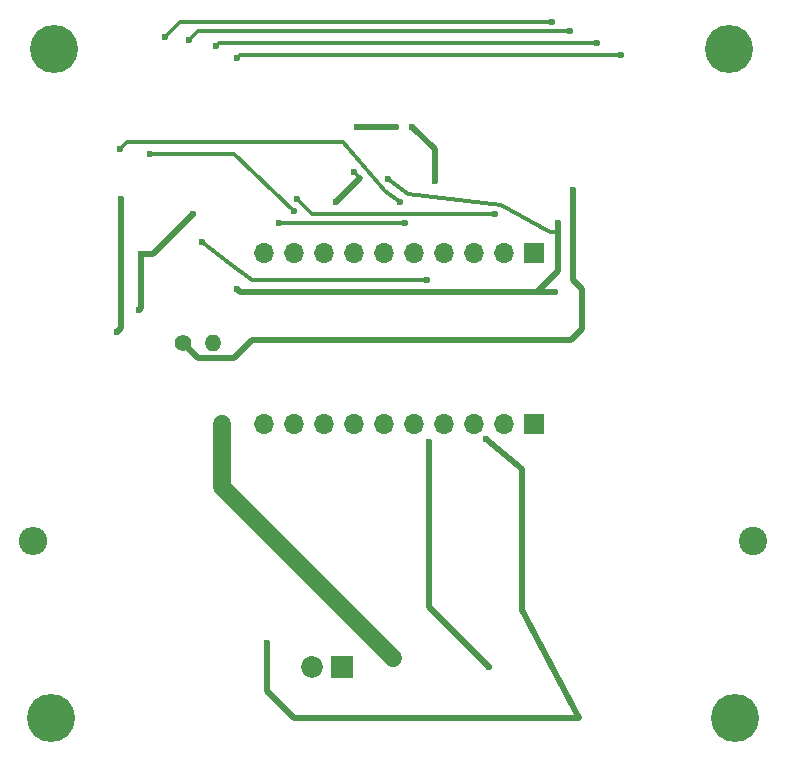
<source format=gbr>
G04 #@! TF.FileFunction,Copper,L2,Bot,Signal*
%FSLAX46Y46*%
G04 Gerber Fmt 4.6, Leading zero omitted, Abs format (unit mm)*
G04 Created by KiCad (PCBNEW 4.0.7) date 11/13/17 23:34:04*
%MOMM*%
%LPD*%
G01*
G04 APERTURE LIST*
%ADD10C,0.100000*%
%ADD11C,4.064000*%
%ADD12C,1.400000*%
%ADD13O,1.400000X1.400000*%
%ADD14R,1.700000X1.700000*%
%ADD15O,1.700000X1.700000*%
%ADD16R,1.850000X1.850000*%
%ADD17C,1.850000*%
%ADD18C,2.400000*%
%ADD19O,2.400000X2.400000*%
%ADD20C,0.600000*%
%ADD21C,1.500000*%
%ADD22C,0.500000*%
%ADD23C,0.350000*%
G04 APERTURE END LIST*
D10*
D11*
X165862000Y-116078000D03*
X107950000Y-116078000D03*
X108204000Y-59436000D03*
D12*
X119126000Y-84328000D03*
D13*
X121666000Y-84328000D03*
D14*
X148844000Y-91186000D03*
D15*
X146304000Y-91186000D03*
X143764000Y-91186000D03*
X141224000Y-91186000D03*
X138684000Y-91186000D03*
X136144000Y-91186000D03*
X133604000Y-91186000D03*
X131064000Y-91186000D03*
X128524000Y-91186000D03*
X125984000Y-91186000D03*
D14*
X148844000Y-76708000D03*
D15*
X146304000Y-76708000D03*
X143764000Y-76708000D03*
X141224000Y-76708000D03*
X138684000Y-76708000D03*
X136144000Y-76708000D03*
X133604000Y-76708000D03*
X131064000Y-76708000D03*
X128524000Y-76708000D03*
X125984000Y-76708000D03*
D16*
X132588000Y-111760000D03*
D17*
X130088000Y-111760000D03*
D18*
X167386000Y-101092000D03*
D19*
X106426000Y-101092000D03*
D11*
X165354000Y-59436000D03*
D20*
X122428000Y-91186000D03*
X136906000Y-110998000D03*
X120015000Y-73406000D03*
X115443000Y-81534000D03*
X152146000Y-71374000D03*
X152908000Y-83058000D03*
X115570000Y-76835000D03*
X145542000Y-73406000D03*
X128778000Y-72136000D03*
X126238000Y-109728000D03*
X144780000Y-92456000D03*
X113919000Y-72136000D03*
X113538000Y-83439000D03*
X156210000Y-59944000D03*
X123698000Y-60198000D03*
X154178000Y-58928000D03*
X121920000Y-59182000D03*
X151892000Y-57912000D03*
X119634000Y-58674000D03*
X150368000Y-57150000D03*
X117602000Y-58420000D03*
X136525000Y-70485000D03*
X150876000Y-74168000D03*
X123698000Y-79756000D03*
X150622000Y-80010000D03*
X139954000Y-92710000D03*
X145034000Y-111760000D03*
X113792000Y-67945000D03*
X137541000Y-72390000D03*
X139827000Y-78994000D03*
X120777000Y-75819000D03*
X137922000Y-74168000D03*
X127254000Y-74168000D03*
X140462000Y-70612000D03*
X138557000Y-66040000D03*
X137160000Y-66040000D03*
X133858000Y-66040000D03*
X133604000Y-69850000D03*
X132080000Y-72390000D03*
X116332000Y-68326000D03*
X128524000Y-73152000D03*
D21*
X122428000Y-96520000D02*
X122428000Y-91186000D01*
X136906000Y-110998000D02*
X122428000Y-96520000D01*
D22*
X116586000Y-76835000D02*
X115570000Y-76835000D01*
X120015000Y-73406000D02*
X116586000Y-76835000D01*
X115443000Y-81534000D02*
X115570000Y-81407000D01*
X115570000Y-81407000D02*
X115570000Y-76835000D01*
X152908000Y-83058000D02*
X152908000Y-79756000D01*
X152146000Y-78994000D02*
X152146000Y-71374000D01*
X152908000Y-79756000D02*
X152146000Y-78994000D01*
X152908000Y-83058000D02*
X152908000Y-83185000D01*
X120396000Y-85598000D02*
X119126000Y-84328000D01*
X123444000Y-85598000D02*
X120396000Y-85598000D01*
X124968000Y-84074000D02*
X123444000Y-85598000D01*
X152019000Y-84074000D02*
X124968000Y-84074000D01*
X152908000Y-83185000D02*
X152019000Y-84074000D01*
D23*
X130048000Y-73406000D02*
X145542000Y-73406000D01*
X128778000Y-72136000D02*
X130048000Y-73406000D01*
D22*
X126238000Y-113792000D02*
X126238000Y-109728000D01*
X128524000Y-116078000D02*
X126238000Y-113792000D01*
X152654000Y-116078000D02*
X128524000Y-116078000D01*
X147828000Y-106934000D02*
X152654000Y-116078000D01*
X147828000Y-94996000D02*
X147828000Y-106934000D01*
X144780000Y-92456000D02*
X147828000Y-94996000D01*
X113919000Y-83058000D02*
X113919000Y-72136000D01*
X113538000Y-83439000D02*
X113919000Y-83058000D01*
D23*
X123952000Y-59944000D02*
X156210000Y-59944000D01*
X123698000Y-60198000D02*
X123952000Y-59944000D01*
X122174000Y-58928000D02*
X154178000Y-58928000D01*
X121920000Y-59182000D02*
X122174000Y-58928000D01*
X120396000Y-57912000D02*
X151892000Y-57912000D01*
X119634000Y-58674000D02*
X120396000Y-57912000D01*
X118872000Y-57150000D02*
X150368000Y-57150000D01*
X117602000Y-58420000D02*
X118872000Y-57150000D01*
X150876000Y-74930000D02*
X150241000Y-74930000D01*
X146050000Y-72644000D02*
X138176000Y-71755000D01*
X138176000Y-71755000D02*
X136525000Y-70485000D01*
X150241000Y-74930000D02*
X146050000Y-72644000D01*
D22*
X149098000Y-80010000D02*
X150876000Y-78232000D01*
X150876000Y-78232000D02*
X150876000Y-74930000D01*
X150876000Y-74930000D02*
X150876000Y-74168000D01*
X123698000Y-79756000D02*
X123952000Y-80010000D01*
X123952000Y-80010000D02*
X149098000Y-80010000D01*
X149098000Y-80010000D02*
X150622000Y-80010000D01*
X139954000Y-106680000D02*
X139954000Y-92710000D01*
X145034000Y-111760000D02*
X139954000Y-106680000D01*
D23*
X113792000Y-67945000D02*
X114427000Y-67310000D01*
X114427000Y-67310000D02*
X132715000Y-67310000D01*
X132715000Y-67310000D02*
X136271000Y-71501000D01*
X136271000Y-71501000D02*
X137541000Y-72390000D01*
X124968000Y-78994000D02*
X139827000Y-78994000D01*
X120777000Y-75819000D02*
X123063000Y-77597000D01*
X123063000Y-77597000D02*
X124968000Y-78994000D01*
X127254000Y-74168000D02*
X137922000Y-74168000D01*
D22*
X140462000Y-67945000D02*
X140462000Y-70612000D01*
X138557000Y-66040000D02*
X140462000Y-67945000D01*
X133858000Y-66040000D02*
X137160000Y-66040000D01*
D23*
X133604000Y-69850000D02*
X134112000Y-70358000D01*
D22*
X132080000Y-72390000D02*
X134112000Y-70358000D01*
D23*
X123444000Y-68326000D02*
X116332000Y-68326000D01*
X128524000Y-73152000D02*
X123444000Y-68326000D01*
M02*

</source>
